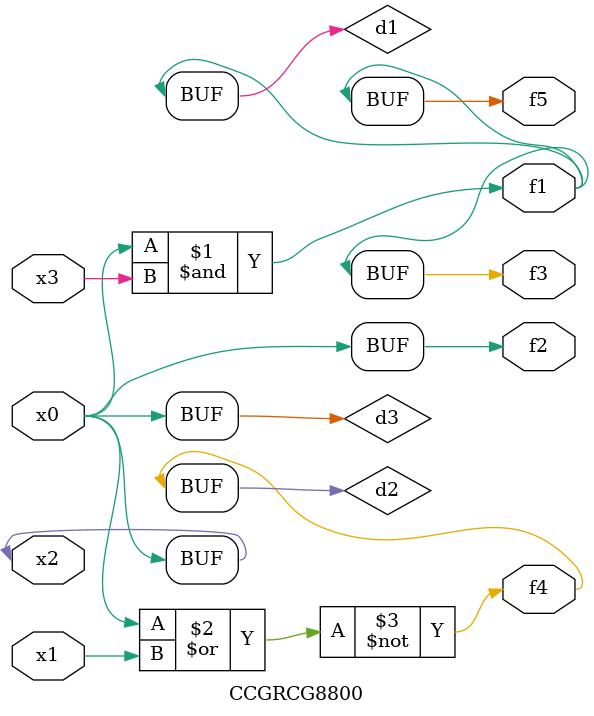
<source format=v>
module CCGRCG8800(
	input x0, x1, x2, x3,
	output f1, f2, f3, f4, f5
);

	wire d1, d2, d3;

	and (d1, x2, x3);
	nor (d2, x0, x1);
	buf (d3, x0, x2);
	assign f1 = d1;
	assign f2 = d3;
	assign f3 = d1;
	assign f4 = d2;
	assign f5 = d1;
endmodule

</source>
